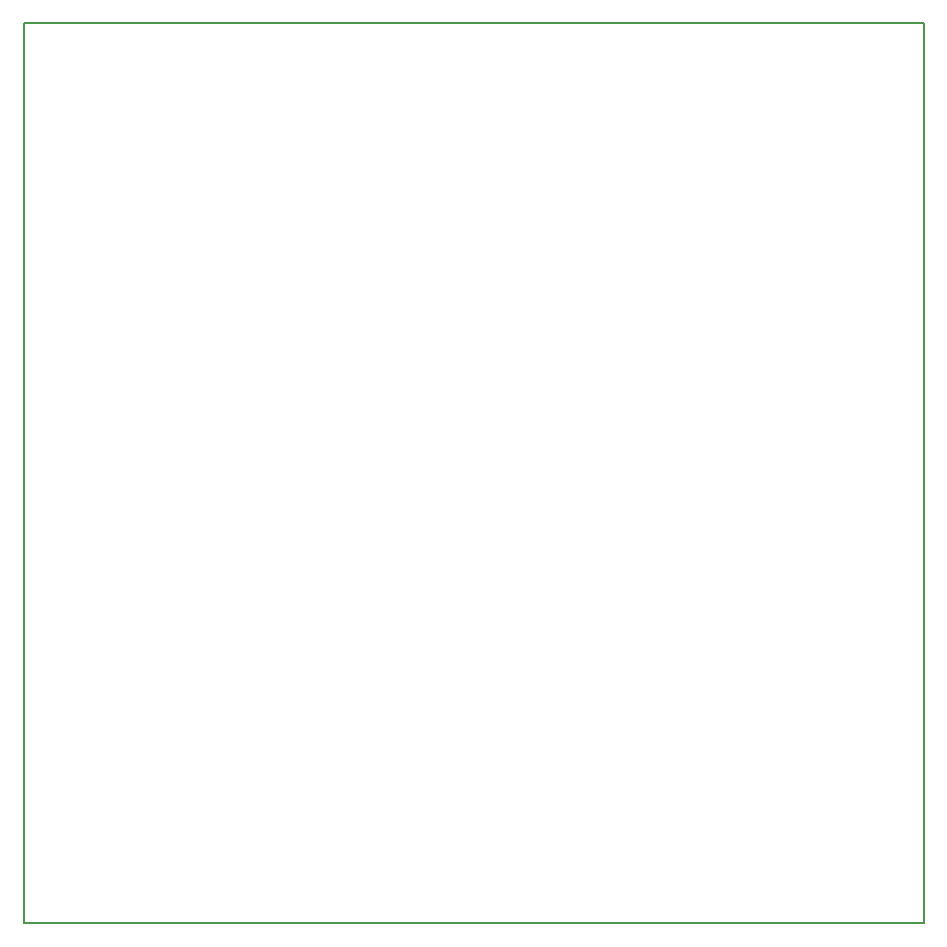
<source format=gbr>
%TF.GenerationSoftware,KiCad,Pcbnew,(7.0.0)*%
%TF.CreationDate,2023-02-21T14:29:59-06:00*%
%TF.ProjectId,smeza_pcb_v3,736d657a-615f-4706-9362-5f76332e6b69,rev?*%
%TF.SameCoordinates,Original*%
%TF.FileFunction,Profile,NP*%
%FSLAX46Y46*%
G04 Gerber Fmt 4.6, Leading zero omitted, Abs format (unit mm)*
G04 Created by KiCad (PCBNEW (7.0.0)) date 2023-02-21 14:29:59*
%MOMM*%
%LPD*%
G01*
G04 APERTURE LIST*
%TA.AperFunction,Profile*%
%ADD10C,0.200000*%
%TD*%
G04 APERTURE END LIST*
D10*
X101600000Y-53340000D02*
X177800000Y-53340000D01*
X177800000Y-53340000D02*
X177800000Y-129540000D01*
X177800000Y-129540000D02*
X101600000Y-129540000D01*
X101600000Y-129540000D02*
X101600000Y-53340000D01*
M02*

</source>
